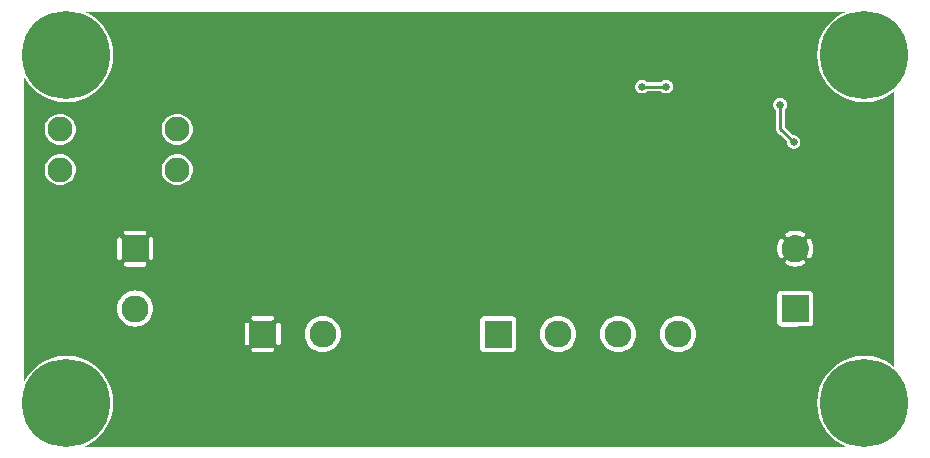
<source format=gbr>
G04 start of page 3 for group 1 idx 1 *
G04 Title: (unknown), bottom *
G04 Creator: pcb 4.0.2 *
G04 CreationDate: Thu May 30 20:40:21 2019 UTC *
G04 For: ndholmes *
G04 Format: Gerber/RS-274X *
G04 PCB-Dimensions (mil): 3000.00 1500.00 *
G04 PCB-Coordinate-Origin: lower left *
%MOIN*%
%FSLAX25Y25*%
%LNBOTTOM*%
%ADD31C,0.0630*%
%ADD30C,0.0550*%
%ADD29C,0.1285*%
%ADD28C,0.0120*%
%ADD27C,0.0260*%
%ADD26C,0.0830*%
%ADD25C,0.0900*%
%ADD24C,0.2937*%
%ADD23C,0.0100*%
%ADD22C,0.0001*%
G54D22*G36*
X264926Y147500D02*X277022D01*
X275858Y147018D01*
X273753Y145728D01*
X271876Y144124D01*
X270272Y142247D01*
X268982Y140142D01*
X268038Y137862D01*
X267461Y135461D01*
X267268Y133000D01*
X267461Y130539D01*
X268038Y128138D01*
X268982Y125858D01*
X270272Y123753D01*
X271876Y121876D01*
X273753Y120272D01*
X275858Y118982D01*
X278138Y118038D01*
X280539Y117461D01*
X283000Y117268D01*
X285461Y117461D01*
X287862Y118038D01*
X290142Y118982D01*
X292247Y120272D01*
X293000Y120915D01*
Y29085D01*
X292247Y29728D01*
X290142Y31018D01*
X287862Y31962D01*
X285461Y32539D01*
X283000Y32732D01*
X280539Y32539D01*
X278138Y31962D01*
X275858Y31018D01*
X273753Y29728D01*
X271876Y28124D01*
X270272Y26247D01*
X268982Y24142D01*
X268038Y21862D01*
X267461Y19461D01*
X267268Y17000D01*
X267461Y14539D01*
X268038Y12138D01*
X268982Y9858D01*
X270272Y7753D01*
X271876Y5876D01*
X273753Y4272D01*
X275858Y2982D01*
X277022Y2500D01*
X264926D01*
Y42560D01*
X264965Y42569D01*
X265183Y42659D01*
X265384Y42783D01*
X265564Y42936D01*
X265717Y43116D01*
X265841Y43317D01*
X265931Y43535D01*
X265986Y43765D01*
X266000Y44000D01*
X265986Y53235D01*
X265931Y53465D01*
X265841Y53683D01*
X265717Y53884D01*
X265564Y54064D01*
X265384Y54217D01*
X265183Y54341D01*
X264965Y54431D01*
X264926Y54440D01*
Y65303D01*
X264930Y65305D01*
X265033Y65364D01*
X265125Y65438D01*
X265204Y65525D01*
X265266Y65625D01*
X265511Y66112D01*
X265705Y66622D01*
X265852Y67148D01*
X265951Y67684D01*
X266000Y68227D01*
Y68773D01*
X265951Y69316D01*
X265852Y69852D01*
X265705Y70378D01*
X265511Y70888D01*
X265272Y71378D01*
X265208Y71478D01*
X265128Y71566D01*
X265035Y71640D01*
X264932Y71699D01*
X264926Y71702D01*
Y147500D01*
G37*
G36*
Y2500D02*X257196D01*
Y42503D01*
X264735Y42514D01*
X264926Y42560D01*
Y2500D01*
G37*
G36*
X257196Y147500D02*X264926D01*
Y71702D01*
X264821Y71742D01*
X264705Y71766D01*
X264587Y71772D01*
X264468Y71760D01*
X264354Y71729D01*
X264245Y71680D01*
X264146Y71615D01*
X264058Y71535D01*
X263983Y71443D01*
X263924Y71340D01*
X263882Y71229D01*
X263857Y71113D01*
X263851Y70994D01*
X263864Y70876D01*
X263895Y70761D01*
X263946Y70654D01*
X264129Y70289D01*
X264274Y69907D01*
X264384Y69513D01*
X264458Y69111D01*
X264495Y68704D01*
Y68296D01*
X264458Y67889D01*
X264384Y67487D01*
X264274Y67093D01*
X264129Y66711D01*
X263950Y66344D01*
X263900Y66237D01*
X263869Y66123D01*
X263856Y66006D01*
X263862Y65888D01*
X263886Y65772D01*
X263928Y65662D01*
X263987Y65560D01*
X264061Y65468D01*
X264149Y65389D01*
X264248Y65324D01*
X264355Y65276D01*
X264469Y65245D01*
X264587Y65232D01*
X264705Y65238D01*
X264820Y65263D01*
X264926Y65303D01*
Y54440D01*
X264735Y54486D01*
X264500Y54500D01*
X257196Y54489D01*
Y63198D01*
X257612Y62989D01*
X258122Y62795D01*
X258648Y62648D01*
X259184Y62549D01*
X259727Y62500D01*
X260273D01*
X260816Y62549D01*
X261352Y62648D01*
X261878Y62795D01*
X262388Y62989D01*
X262878Y63228D01*
X262978Y63292D01*
X263066Y63372D01*
X263140Y63465D01*
X263199Y63568D01*
X263242Y63679D01*
X263266Y63795D01*
X263272Y63913D01*
X263260Y64032D01*
X263229Y64146D01*
X263180Y64255D01*
X263115Y64354D01*
X263035Y64442D01*
X262943Y64517D01*
X262840Y64576D01*
X262729Y64618D01*
X262613Y64643D01*
X262494Y64649D01*
X262376Y64636D01*
X262261Y64605D01*
X262154Y64554D01*
X261789Y64371D01*
X261407Y64226D01*
X261013Y64116D01*
X260611Y64042D01*
X260204Y64005D01*
X259796D01*
X259389Y64042D01*
X258987Y64116D01*
X258593Y64226D01*
X258211Y64371D01*
X257844Y64550D01*
X257737Y64600D01*
X257623Y64631D01*
X257506Y64644D01*
X257388Y64638D01*
X257272Y64614D01*
X257196Y64585D01*
Y72410D01*
X257271Y72382D01*
X257387Y72357D01*
X257506Y72351D01*
X257624Y72364D01*
X257739Y72395D01*
X257846Y72446D01*
X258211Y72629D01*
X258593Y72774D01*
X258987Y72884D01*
X259389Y72958D01*
X259796Y72995D01*
X260204D01*
X260611Y72958D01*
X261013Y72884D01*
X261407Y72774D01*
X261789Y72629D01*
X262156Y72450D01*
X262263Y72400D01*
X262377Y72369D01*
X262494Y72356D01*
X262612Y72362D01*
X262728Y72386D01*
X262838Y72428D01*
X262940Y72487D01*
X263032Y72561D01*
X263111Y72649D01*
X263176Y72748D01*
X263224Y72855D01*
X263255Y72969D01*
X263268Y73087D01*
X263262Y73205D01*
X263237Y73320D01*
X263195Y73430D01*
X263136Y73533D01*
X263062Y73625D01*
X262975Y73704D01*
X262875Y73766D01*
X262388Y74011D01*
X261878Y74205D01*
X261352Y74352D01*
X260816Y74451D01*
X260273Y74500D01*
X259727D01*
X259184Y74451D01*
X258648Y74352D01*
X258122Y74205D01*
X257612Y74011D01*
X257196Y73808D01*
Y104182D01*
X257299Y104079D01*
X257293Y104000D01*
X257320Y103655D01*
X257401Y103318D01*
X257534Y102998D01*
X257715Y102703D01*
X257940Y102440D01*
X258203Y102215D01*
X258498Y102034D01*
X258818Y101901D01*
X259155Y101820D01*
X259500Y101793D01*
X259845Y101820D01*
X260182Y101901D01*
X260502Y102034D01*
X260797Y102215D01*
X261060Y102440D01*
X261285Y102703D01*
X261466Y102998D01*
X261599Y103318D01*
X261680Y103655D01*
X261700Y104000D01*
X261680Y104345D01*
X261599Y104682D01*
X261466Y105002D01*
X261285Y105297D01*
X261060Y105560D01*
X260797Y105785D01*
X260502Y105966D01*
X260182Y106099D01*
X259845Y106180D01*
X259500Y106207D01*
X259421Y106201D01*
X257196Y108425D01*
Y115797D01*
X257279Y116139D01*
X257300Y116500D01*
X257279Y116861D01*
X257196Y117203D01*
Y147500D01*
G37*
G36*
Y108425D02*X256500Y109121D01*
Y114756D01*
X256631Y114869D01*
X256866Y115144D01*
X257056Y115453D01*
X257194Y115787D01*
X257196Y115797D01*
Y108425D01*
G37*
G36*
X255074Y42560D02*X255265Y42514D01*
X255500Y42500D01*
X257196Y42503D01*
Y2500D01*
X255074D01*
Y42560D01*
G37*
G36*
Y106304D02*X257196Y104182D01*
Y73808D01*
X257122Y73772D01*
X257022Y73708D01*
X256934Y73628D01*
X256860Y73535D01*
X256801Y73432D01*
X256758Y73321D01*
X256734Y73205D01*
X256728Y73087D01*
X256740Y72968D01*
X256771Y72854D01*
X256820Y72745D01*
X256885Y72646D01*
X256965Y72558D01*
X257057Y72483D01*
X257160Y72424D01*
X257196Y72410D01*
Y64585D01*
X257162Y64572D01*
X257060Y64513D01*
X256968Y64439D01*
X256889Y64351D01*
X256824Y64252D01*
X256776Y64145D01*
X256745Y64031D01*
X256732Y63913D01*
X256738Y63795D01*
X256763Y63680D01*
X256805Y63570D01*
X256864Y63467D01*
X256938Y63375D01*
X257025Y63296D01*
X257125Y63234D01*
X257196Y63198D01*
Y54489D01*
X255265Y54486D01*
X255074Y54440D01*
Y65298D01*
X255179Y65258D01*
X255295Y65234D01*
X255413Y65228D01*
X255532Y65240D01*
X255646Y65271D01*
X255755Y65320D01*
X255854Y65385D01*
X255942Y65465D01*
X256017Y65557D01*
X256076Y65660D01*
X256118Y65771D01*
X256143Y65887D01*
X256149Y66006D01*
X256136Y66124D01*
X256105Y66239D01*
X256054Y66346D01*
X255871Y66711D01*
X255726Y67093D01*
X255616Y67487D01*
X255542Y67889D01*
X255505Y68296D01*
Y68704D01*
X255542Y69111D01*
X255616Y69513D01*
X255726Y69907D01*
X255871Y70289D01*
X256050Y70656D01*
X256100Y70763D01*
X256131Y70877D01*
X256144Y70994D01*
X256138Y71112D01*
X256114Y71228D01*
X256072Y71338D01*
X256013Y71440D01*
X255939Y71532D01*
X255851Y71611D01*
X255752Y71676D01*
X255645Y71724D01*
X255531Y71755D01*
X255413Y71768D01*
X255295Y71762D01*
X255180Y71737D01*
X255074Y71697D01*
Y106304D01*
G37*
G36*
Y147500D02*X257196D01*
Y117203D01*
X257194Y117213D01*
X257056Y117547D01*
X256866Y117856D01*
X256631Y118131D01*
X256356Y118366D01*
X256047Y118556D01*
X255713Y118694D01*
X255361Y118779D01*
X255074Y118801D01*
Y147500D01*
G37*
G36*
X220991D02*X255074D01*
Y118801D01*
X255000Y118807D01*
X254639Y118779D01*
X254287Y118694D01*
X253953Y118556D01*
X253644Y118366D01*
X253369Y118131D01*
X253134Y117856D01*
X252944Y117547D01*
X252806Y117213D01*
X252721Y116861D01*
X252693Y116500D01*
X252721Y116139D01*
X252806Y115787D01*
X252944Y115453D01*
X253134Y115144D01*
X253369Y114869D01*
X253500Y114756D01*
Y108559D01*
X253495Y108500D01*
X253514Y108265D01*
X253569Y108035D01*
X253659Y107817D01*
X253783Y107616D01*
X253936Y107436D01*
X253981Y107398D01*
X255074Y106304D01*
Y71697D01*
X255070Y71695D01*
X254967Y71636D01*
X254875Y71562D01*
X254796Y71475D01*
X254734Y71375D01*
X254489Y70888D01*
X254295Y70378D01*
X254148Y69852D01*
X254049Y69316D01*
X254000Y68773D01*
Y68227D01*
X254049Y67684D01*
X254148Y67148D01*
X254295Y66622D01*
X254489Y66112D01*
X254728Y65622D01*
X254792Y65522D01*
X254872Y65434D01*
X254965Y65360D01*
X255068Y65301D01*
X255074Y65298D01*
Y54440D01*
X255035Y54431D01*
X254817Y54341D01*
X254616Y54217D01*
X254436Y54064D01*
X254283Y53884D01*
X254159Y53683D01*
X254069Y53465D01*
X254014Y53235D01*
X254000Y53000D01*
X254014Y43765D01*
X254069Y43535D01*
X254159Y43317D01*
X254283Y43116D01*
X254436Y42936D01*
X254616Y42783D01*
X254817Y42659D01*
X255035Y42569D01*
X255074Y42560D01*
Y2500D01*
X220991D01*
Y33982D01*
X221000Y33981D01*
X221942Y34056D01*
X222860Y34276D01*
X223732Y34637D01*
X224538Y35131D01*
X225256Y35744D01*
X225869Y36462D01*
X226363Y37268D01*
X226724Y38140D01*
X226944Y39058D01*
X227000Y40000D01*
X226944Y40942D01*
X226724Y41860D01*
X226363Y42732D01*
X225869Y43538D01*
X225256Y44256D01*
X224538Y44869D01*
X223732Y45363D01*
X222860Y45724D01*
X221942Y45944D01*
X221000Y46019D01*
X220991Y46018D01*
Y147500D01*
G37*
G36*
X212996D02*X220991D01*
Y46018D01*
X220058Y45944D01*
X219140Y45724D01*
X218268Y45363D01*
X217462Y44869D01*
X216744Y44256D01*
X216131Y43538D01*
X215637Y42732D01*
X215276Y41860D01*
X215056Y40942D01*
X214981Y40000D01*
X215056Y39058D01*
X215276Y38140D01*
X215637Y37268D01*
X216131Y36462D01*
X216744Y35744D01*
X217462Y35131D01*
X218268Y34637D01*
X219140Y34276D01*
X220058Y34056D01*
X220991Y33982D01*
Y2500D01*
X212996D01*
Y121000D01*
X215256D01*
X215369Y120869D01*
X215644Y120634D01*
X215953Y120444D01*
X216287Y120306D01*
X216639Y120221D01*
X217000Y120193D01*
X217361Y120221D01*
X217713Y120306D01*
X218047Y120444D01*
X218356Y120634D01*
X218631Y120869D01*
X218866Y121144D01*
X219056Y121453D01*
X219194Y121787D01*
X219279Y122139D01*
X219300Y122500D01*
X219279Y122861D01*
X219194Y123213D01*
X219056Y123547D01*
X218866Y123856D01*
X218631Y124131D01*
X218356Y124366D01*
X218047Y124556D01*
X217713Y124694D01*
X217361Y124779D01*
X217000Y124807D01*
X216639Y124779D01*
X216287Y124694D01*
X215953Y124556D01*
X215644Y124366D01*
X215369Y124131D01*
X215256Y124000D01*
X212996D01*
Y147500D01*
G37*
G36*
X200991D02*X212996D01*
Y124000D01*
X210744D01*
X210631Y124131D01*
X210356Y124366D01*
X210047Y124556D01*
X209713Y124694D01*
X209361Y124779D01*
X209000Y124807D01*
X208639Y124779D01*
X208287Y124694D01*
X207953Y124556D01*
X207644Y124366D01*
X207369Y124131D01*
X207134Y123856D01*
X206944Y123547D01*
X206806Y123213D01*
X206721Y122861D01*
X206693Y122500D01*
X206721Y122139D01*
X206806Y121787D01*
X206944Y121453D01*
X207134Y121144D01*
X207369Y120869D01*
X207644Y120634D01*
X207953Y120444D01*
X208287Y120306D01*
X208639Y120221D01*
X209000Y120193D01*
X209361Y120221D01*
X209713Y120306D01*
X210047Y120444D01*
X210356Y120634D01*
X210631Y120869D01*
X210744Y121000D01*
X212996D01*
Y2500D01*
X200991D01*
Y33982D01*
X201000Y33981D01*
X201942Y34056D01*
X202860Y34276D01*
X203732Y34637D01*
X204538Y35131D01*
X205256Y35744D01*
X205869Y36462D01*
X206363Y37268D01*
X206724Y38140D01*
X206944Y39058D01*
X207000Y40000D01*
X206944Y40942D01*
X206724Y41860D01*
X206363Y42732D01*
X205869Y43538D01*
X205256Y44256D01*
X204538Y44869D01*
X203732Y45363D01*
X202860Y45724D01*
X201942Y45944D01*
X201000Y46019D01*
X200991Y46018D01*
Y147500D01*
G37*
G36*
X180991D02*X200991D01*
Y46018D01*
X200058Y45944D01*
X199140Y45724D01*
X198268Y45363D01*
X197462Y44869D01*
X196744Y44256D01*
X196131Y43538D01*
X195637Y42732D01*
X195276Y41860D01*
X195056Y40942D01*
X194981Y40000D01*
X195056Y39058D01*
X195276Y38140D01*
X195637Y37268D01*
X196131Y36462D01*
X196744Y35744D01*
X197462Y35131D01*
X198268Y34637D01*
X199140Y34276D01*
X200058Y34056D01*
X200991Y33982D01*
Y2500D01*
X180991D01*
Y33982D01*
X181000Y33981D01*
X181942Y34056D01*
X182860Y34276D01*
X183732Y34637D01*
X184538Y35131D01*
X185256Y35744D01*
X185869Y36462D01*
X186363Y37268D01*
X186724Y38140D01*
X186944Y39058D01*
X187000Y40000D01*
X186944Y40942D01*
X186724Y41860D01*
X186363Y42732D01*
X185869Y43538D01*
X185256Y44256D01*
X184538Y44869D01*
X183732Y45363D01*
X182860Y45724D01*
X181942Y45944D01*
X181000Y46019D01*
X180991Y46018D01*
Y147500D01*
G37*
G36*
X161000D02*X180991D01*
Y46018D01*
X180058Y45944D01*
X179140Y45724D01*
X178268Y45363D01*
X177462Y44869D01*
X176744Y44256D01*
X176131Y43538D01*
X175637Y42732D01*
X175276Y41860D01*
X175056Y40942D01*
X174981Y40000D01*
X175056Y39058D01*
X175276Y38140D01*
X175637Y37268D01*
X176131Y36462D01*
X176744Y35744D01*
X177462Y35131D01*
X178268Y34637D01*
X179140Y34276D01*
X180058Y34056D01*
X180991Y33982D01*
Y2500D01*
X161000D01*
Y34007D01*
X165735Y34014D01*
X165965Y34069D01*
X166183Y34159D01*
X166384Y34283D01*
X166564Y34436D01*
X166717Y34616D01*
X166841Y34817D01*
X166931Y35035D01*
X166986Y35265D01*
X167000Y35500D01*
X166986Y44735D01*
X166931Y44965D01*
X166841Y45183D01*
X166717Y45384D01*
X166564Y45564D01*
X166384Y45717D01*
X166183Y45841D01*
X165965Y45931D01*
X165735Y45986D01*
X165500Y46000D01*
X161000Y45993D01*
Y147500D01*
G37*
G36*
X128500D02*X161000D01*
Y45993D01*
X156265Y45986D01*
X156035Y45931D01*
X155817Y45841D01*
X155616Y45717D01*
X155436Y45564D01*
X155283Y45384D01*
X155159Y45183D01*
X155069Y44965D01*
X155014Y44735D01*
X155000Y44500D01*
X155014Y35265D01*
X155069Y35035D01*
X155159Y34817D01*
X155283Y34616D01*
X155436Y34436D01*
X155616Y34283D01*
X155817Y34159D01*
X156035Y34069D01*
X156265Y34014D01*
X156500Y34000D01*
X161000Y34007D01*
Y2500D01*
X128500D01*
Y147500D01*
G37*
G36*
X139000Y2500D02*X102491D01*
Y33982D01*
X102500Y33981D01*
X103442Y34056D01*
X104360Y34276D01*
X105232Y34637D01*
X106038Y35131D01*
X106756Y35744D01*
X107369Y36462D01*
X107863Y37268D01*
X108224Y38140D01*
X108444Y39058D01*
X108500Y40000D01*
X108444Y40942D01*
X108224Y41860D01*
X107863Y42732D01*
X107369Y43538D01*
X106756Y44256D01*
X106038Y44869D01*
X105232Y45363D01*
X104360Y45724D01*
X103442Y45944D01*
X102500Y46019D01*
X102491Y46018D01*
Y147500D01*
X139000D01*
Y2500D01*
G37*
G36*
X102491D02*X87750D01*
Y36248D01*
X87868Y36257D01*
X87982Y36285D01*
X88092Y36330D01*
X88192Y36391D01*
X88282Y36468D01*
X88359Y36558D01*
X88420Y36658D01*
X88465Y36768D01*
X88493Y36882D01*
X88500Y37000D01*
Y43000D01*
X88493Y43118D01*
X88465Y43232D01*
X88420Y43342D01*
X88359Y43442D01*
X88282Y43532D01*
X88192Y43609D01*
X88092Y43670D01*
X87982Y43715D01*
X87868Y43743D01*
X87750Y43752D01*
Y147500D01*
X102491D01*
Y46018D01*
X101558Y45944D01*
X100640Y45724D01*
X99768Y45363D01*
X98962Y44869D01*
X98244Y44256D01*
X97631Y43538D01*
X97137Y42732D01*
X96776Y41860D01*
X96556Y40942D01*
X96481Y40000D01*
X96556Y39058D01*
X96776Y38140D01*
X97137Y37268D01*
X97631Y36462D01*
X98244Y35744D01*
X98962Y35131D01*
X99768Y34637D01*
X100640Y34276D01*
X101558Y34056D01*
X102491Y33982D01*
Y2500D01*
G37*
G36*
X87750D02*X82500D01*
Y34000D01*
X85500D01*
X85618Y34007D01*
X85732Y34035D01*
X85842Y34080D01*
X85942Y34141D01*
X86032Y34218D01*
X86109Y34308D01*
X86170Y34408D01*
X86215Y34518D01*
X86243Y34632D01*
X86252Y34750D01*
X86243Y34868D01*
X86215Y34982D01*
X86170Y35092D01*
X86109Y35192D01*
X86032Y35282D01*
X85942Y35359D01*
X85842Y35420D01*
X85732Y35465D01*
X85618Y35493D01*
X85500Y35500D01*
X82500D01*
Y44500D01*
X85500D01*
X85618Y44507D01*
X85732Y44535D01*
X85842Y44580D01*
X85942Y44641D01*
X86032Y44718D01*
X86109Y44808D01*
X86170Y44908D01*
X86215Y45018D01*
X86243Y45132D01*
X86252Y45250D01*
X86243Y45368D01*
X86215Y45482D01*
X86170Y45592D01*
X86109Y45692D01*
X86032Y45782D01*
X85942Y45859D01*
X85842Y45920D01*
X85732Y45965D01*
X85618Y45993D01*
X85500Y46000D01*
X82500D01*
Y147500D01*
X87750D01*
Y43752D01*
X87632Y43743D01*
X87518Y43715D01*
X87408Y43670D01*
X87308Y43609D01*
X87218Y43532D01*
X87141Y43442D01*
X87080Y43342D01*
X87035Y43232D01*
X87007Y43118D01*
X87000Y43000D01*
Y37000D01*
X87007Y36882D01*
X87035Y36768D01*
X87080Y36658D01*
X87141Y36558D01*
X87218Y36468D01*
X87308Y36391D01*
X87408Y36330D01*
X87518Y36285D01*
X87632Y36257D01*
X87750Y36248D01*
Y2500D01*
G37*
G36*
X82500D02*X77250D01*
Y36248D01*
X77368Y36257D01*
X77482Y36285D01*
X77592Y36330D01*
X77692Y36391D01*
X77782Y36468D01*
X77859Y36558D01*
X77920Y36658D01*
X77965Y36768D01*
X77993Y36882D01*
X78000Y37000D01*
Y43000D01*
X77993Y43118D01*
X77965Y43232D01*
X77920Y43342D01*
X77859Y43442D01*
X77782Y43532D01*
X77692Y43609D01*
X77592Y43670D01*
X77482Y43715D01*
X77368Y43743D01*
X77250Y43752D01*
Y147500D01*
X82500D01*
Y46000D01*
X79500D01*
X79382Y45993D01*
X79268Y45965D01*
X79158Y45920D01*
X79058Y45859D01*
X78968Y45782D01*
X78891Y45692D01*
X78830Y45592D01*
X78785Y45482D01*
X78757Y45368D01*
X78748Y45250D01*
X78757Y45132D01*
X78785Y45018D01*
X78830Y44908D01*
X78891Y44808D01*
X78968Y44718D01*
X79058Y44641D01*
X79158Y44580D01*
X79268Y44535D01*
X79382Y44507D01*
X79500Y44500D01*
X82500D01*
Y35500D01*
X79500D01*
X79382Y35493D01*
X79268Y35465D01*
X79158Y35420D01*
X79058Y35359D01*
X78968Y35282D01*
X78891Y35192D01*
X78830Y35092D01*
X78785Y34982D01*
X78757Y34868D01*
X78748Y34750D01*
X78757Y34632D01*
X78785Y34518D01*
X78830Y34408D01*
X78891Y34308D01*
X78968Y34218D01*
X79058Y34141D01*
X79158Y34080D01*
X79268Y34035D01*
X79382Y34007D01*
X79500Y34000D01*
X82500D01*
Y2500D01*
G37*
G36*
X77250D02*X53992D01*
Y89635D01*
X54000Y89634D01*
X54808Y89698D01*
X55596Y89887D01*
X56345Y90197D01*
X57036Y90621D01*
X57653Y91147D01*
X58179Y91764D01*
X58603Y92455D01*
X58913Y93204D01*
X59102Y93992D01*
X59150Y94800D01*
X59102Y95608D01*
X58913Y96396D01*
X58603Y97145D01*
X58179Y97836D01*
X57653Y98453D01*
X57036Y98979D01*
X56345Y99403D01*
X55596Y99713D01*
X54808Y99902D01*
X54000Y99966D01*
X53992Y99965D01*
Y103035D01*
X54000Y103034D01*
X54808Y103098D01*
X55596Y103287D01*
X56345Y103597D01*
X57036Y104021D01*
X57653Y104547D01*
X58179Y105164D01*
X58603Y105855D01*
X58913Y106604D01*
X59102Y107392D01*
X59150Y108200D01*
X59102Y109008D01*
X58913Y109796D01*
X58603Y110545D01*
X58179Y111236D01*
X57653Y111853D01*
X57036Y112379D01*
X56345Y112803D01*
X55596Y113113D01*
X54808Y113302D01*
X54000Y113366D01*
X53992Y113365D01*
Y147500D01*
X77250D01*
Y43752D01*
X77132Y43743D01*
X77018Y43715D01*
X76908Y43670D01*
X76808Y43609D01*
X76718Y43532D01*
X76641Y43442D01*
X76580Y43342D01*
X76535Y43232D01*
X76507Y43118D01*
X76500Y43000D01*
Y37000D01*
X76507Y36882D01*
X76535Y36768D01*
X76580Y36658D01*
X76641Y36558D01*
X76718Y36468D01*
X76808Y36391D01*
X76908Y36330D01*
X77018Y36285D01*
X77132Y36257D01*
X77250Y36248D01*
Y2500D01*
G37*
G36*
X53992D02*X45250D01*
Y45584D01*
X45363Y45768D01*
X45724Y46640D01*
X45944Y47558D01*
X46000Y48500D01*
X45944Y49442D01*
X45724Y50360D01*
X45363Y51232D01*
X45250Y51416D01*
Y64748D01*
X45368Y64757D01*
X45482Y64785D01*
X45592Y64830D01*
X45692Y64891D01*
X45782Y64968D01*
X45859Y65058D01*
X45920Y65158D01*
X45965Y65268D01*
X45993Y65382D01*
X46000Y65500D01*
Y71500D01*
X45993Y71618D01*
X45965Y71732D01*
X45920Y71842D01*
X45859Y71942D01*
X45782Y72032D01*
X45692Y72109D01*
X45592Y72170D01*
X45482Y72215D01*
X45368Y72243D01*
X45250Y72252D01*
Y147500D01*
X53992D01*
Y113365D01*
X53192Y113302D01*
X52404Y113113D01*
X51655Y112803D01*
X50964Y112379D01*
X50347Y111853D01*
X49821Y111236D01*
X49397Y110545D01*
X49087Y109796D01*
X48898Y109008D01*
X48834Y108200D01*
X48898Y107392D01*
X49087Y106604D01*
X49397Y105855D01*
X49821Y105164D01*
X50347Y104547D01*
X50964Y104021D01*
X51655Y103597D01*
X52404Y103287D01*
X53192Y103098D01*
X53992Y103035D01*
Y99965D01*
X53192Y99902D01*
X52404Y99713D01*
X51655Y99403D01*
X50964Y98979D01*
X50347Y98453D01*
X49821Y97836D01*
X49397Y97145D01*
X49087Y96396D01*
X48898Y95608D01*
X48834Y94800D01*
X48898Y93992D01*
X49087Y93204D01*
X49397Y92455D01*
X49821Y91764D01*
X50347Y91147D01*
X50964Y90621D01*
X51655Y90197D01*
X52404Y89887D01*
X53192Y89698D01*
X53992Y89635D01*
Y2500D01*
G37*
G36*
X45250Y51416D02*X44869Y52038D01*
X44256Y52756D01*
X43538Y53369D01*
X42732Y53863D01*
X41860Y54224D01*
X40942Y54444D01*
X40000Y54519D01*
Y62500D01*
X43000D01*
X43118Y62507D01*
X43232Y62535D01*
X43342Y62580D01*
X43442Y62641D01*
X43532Y62718D01*
X43609Y62808D01*
X43670Y62908D01*
X43715Y63018D01*
X43743Y63132D01*
X43752Y63250D01*
X43743Y63368D01*
X43715Y63482D01*
X43670Y63592D01*
X43609Y63692D01*
X43532Y63782D01*
X43442Y63859D01*
X43342Y63920D01*
X43232Y63965D01*
X43118Y63993D01*
X43000Y64000D01*
X40000D01*
Y73000D01*
X43000D01*
X43118Y73007D01*
X43232Y73035D01*
X43342Y73080D01*
X43442Y73141D01*
X43532Y73218D01*
X43609Y73308D01*
X43670Y73408D01*
X43715Y73518D01*
X43743Y73632D01*
X43752Y73750D01*
X43743Y73868D01*
X43715Y73982D01*
X43670Y74092D01*
X43609Y74192D01*
X43532Y74282D01*
X43442Y74359D01*
X43342Y74420D01*
X43232Y74465D01*
X43118Y74493D01*
X43000Y74500D01*
X40000D01*
Y147500D01*
X45250D01*
Y72252D01*
X45132Y72243D01*
X45018Y72215D01*
X44908Y72170D01*
X44808Y72109D01*
X44718Y72032D01*
X44641Y71942D01*
X44580Y71842D01*
X44535Y71732D01*
X44507Y71618D01*
X44500Y71500D01*
Y65500D01*
X44507Y65382D01*
X44535Y65268D01*
X44580Y65158D01*
X44641Y65058D01*
X44718Y64968D01*
X44808Y64891D01*
X44908Y64830D01*
X45018Y64785D01*
X45132Y64757D01*
X45250Y64748D01*
Y51416D01*
G37*
G36*
Y2500D02*X40000D01*
Y42481D01*
X40942Y42556D01*
X41860Y42776D01*
X42732Y43137D01*
X43538Y43631D01*
X44256Y44244D01*
X44869Y44962D01*
X45250Y45584D01*
Y2500D01*
G37*
G36*
X34750Y147500D02*X40000D01*
Y74500D01*
X37000D01*
X36882Y74493D01*
X36768Y74465D01*
X36658Y74420D01*
X36558Y74359D01*
X36468Y74282D01*
X36391Y74192D01*
X36330Y74092D01*
X36285Y73982D01*
X36257Y73868D01*
X36248Y73750D01*
X36257Y73632D01*
X36285Y73518D01*
X36330Y73408D01*
X36391Y73308D01*
X36468Y73218D01*
X36558Y73141D01*
X36658Y73080D01*
X36768Y73035D01*
X36882Y73007D01*
X37000Y73000D01*
X40000D01*
Y64000D01*
X37000D01*
X36882Y63993D01*
X36768Y63965D01*
X36658Y63920D01*
X36558Y63859D01*
X36468Y63782D01*
X36391Y63692D01*
X36330Y63592D01*
X36285Y63482D01*
X36257Y63368D01*
X36248Y63250D01*
X36257Y63132D01*
X36285Y63018D01*
X36330Y62908D01*
X36391Y62808D01*
X36468Y62718D01*
X36558Y62641D01*
X36658Y62580D01*
X36768Y62535D01*
X36882Y62507D01*
X37000Y62500D01*
X40000D01*
Y54519D01*
X39058Y54444D01*
X38140Y54224D01*
X37268Y53863D01*
X36462Y53369D01*
X35744Y52756D01*
X35131Y52038D01*
X34750Y51416D01*
Y64748D01*
X34868Y64757D01*
X34982Y64785D01*
X35092Y64830D01*
X35192Y64891D01*
X35282Y64968D01*
X35359Y65058D01*
X35420Y65158D01*
X35465Y65268D01*
X35493Y65382D01*
X35500Y65500D01*
Y71500D01*
X35493Y71618D01*
X35465Y71732D01*
X35420Y71842D01*
X35359Y71942D01*
X35282Y72032D01*
X35192Y72109D01*
X35092Y72170D01*
X34982Y72215D01*
X34868Y72243D01*
X34750Y72252D01*
Y147500D01*
G37*
G36*
X40000Y2500D02*X34750D01*
Y45584D01*
X35131Y44962D01*
X35744Y44244D01*
X36462Y43631D01*
X37268Y43137D01*
X38140Y42776D01*
X39058Y42556D01*
X40000Y42481D01*
Y2500D01*
G37*
G36*
X34750D02*X22978D01*
X24142Y2982D01*
X26247Y4272D01*
X28124Y5876D01*
X29728Y7753D01*
X31018Y9858D01*
X31962Y12138D01*
X32539Y14539D01*
X32684Y17000D01*
X32539Y19461D01*
X31962Y21862D01*
X31018Y24142D01*
X29728Y26247D01*
X28124Y28124D01*
X26247Y29728D01*
X24142Y31018D01*
X21862Y31962D01*
X19461Y32539D01*
X17000Y32732D01*
X14992Y32574D01*
Y89635D01*
X15000Y89634D01*
X15808Y89698D01*
X16596Y89887D01*
X17345Y90197D01*
X18036Y90621D01*
X18653Y91147D01*
X19179Y91764D01*
X19603Y92455D01*
X19913Y93204D01*
X20102Y93992D01*
X20150Y94800D01*
X20102Y95608D01*
X19913Y96396D01*
X19603Y97145D01*
X19179Y97836D01*
X18653Y98453D01*
X18036Y98979D01*
X17345Y99403D01*
X16596Y99713D01*
X15808Y99902D01*
X15000Y99966D01*
X14992Y99965D01*
Y103035D01*
X15000Y103034D01*
X15808Y103098D01*
X16596Y103287D01*
X17345Y103597D01*
X18036Y104021D01*
X18653Y104547D01*
X19179Y105164D01*
X19603Y105855D01*
X19913Y106604D01*
X20102Y107392D01*
X20150Y108200D01*
X20102Y109008D01*
X19913Y109796D01*
X19603Y110545D01*
X19179Y111236D01*
X18653Y111853D01*
X18036Y112379D01*
X17345Y112803D01*
X16596Y113113D01*
X15808Y113302D01*
X15000Y113366D01*
X14992Y113365D01*
Y117426D01*
X17000Y117268D01*
X19461Y117461D01*
X21862Y118038D01*
X24142Y118982D01*
X26247Y120272D01*
X28124Y121876D01*
X29728Y123753D01*
X31018Y125858D01*
X31962Y128138D01*
X32539Y130539D01*
X32684Y133000D01*
X32539Y135461D01*
X31962Y137862D01*
X31018Y140142D01*
X29728Y142247D01*
X28124Y144124D01*
X26247Y145728D01*
X24142Y147018D01*
X22978Y147500D01*
X34750D01*
Y72252D01*
X34632Y72243D01*
X34518Y72215D01*
X34408Y72170D01*
X34308Y72109D01*
X34218Y72032D01*
X34141Y71942D01*
X34080Y71842D01*
X34035Y71732D01*
X34007Y71618D01*
X34000Y71500D01*
Y65500D01*
X34007Y65382D01*
X34035Y65268D01*
X34080Y65158D01*
X34141Y65058D01*
X34218Y64968D01*
X34308Y64891D01*
X34408Y64830D01*
X34518Y64785D01*
X34632Y64757D01*
X34750Y64748D01*
Y51416D01*
X34637Y51232D01*
X34276Y50360D01*
X34056Y49442D01*
X33981Y48500D01*
X34056Y47558D01*
X34276Y46640D01*
X34637Y45768D01*
X34750Y45584D01*
Y2500D01*
G37*
G36*
X14992Y32574D02*X14539Y32539D01*
X12138Y31962D01*
X9858Y31018D01*
X7753Y29728D01*
X5876Y28124D01*
X4272Y26247D01*
X3000Y24171D01*
Y125829D01*
X4272Y123753D01*
X5876Y121876D01*
X7753Y120272D01*
X9858Y118982D01*
X12138Y118038D01*
X14539Y117461D01*
X14992Y117426D01*
Y113365D01*
X14192Y113302D01*
X13404Y113113D01*
X12655Y112803D01*
X11964Y112379D01*
X11347Y111853D01*
X10821Y111236D01*
X10397Y110545D01*
X10087Y109796D01*
X9898Y109008D01*
X9834Y108200D01*
X9898Y107392D01*
X10087Y106604D01*
X10397Y105855D01*
X10821Y105164D01*
X11347Y104547D01*
X11964Y104021D01*
X12655Y103597D01*
X13404Y103287D01*
X14192Y103098D01*
X14992Y103035D01*
Y99965D01*
X14192Y99902D01*
X13404Y99713D01*
X12655Y99403D01*
X11964Y98979D01*
X11347Y98453D01*
X10821Y97836D01*
X10397Y97145D01*
X10087Y96396D01*
X9898Y95608D01*
X9834Y94800D01*
X9898Y93992D01*
X10087Y93204D01*
X10397Y92455D01*
X10821Y91764D01*
X11347Y91147D01*
X11964Y90621D01*
X12655Y90197D01*
X13404Y89887D01*
X14192Y89698D01*
X14992Y89635D01*
Y32574D01*
G37*
G54D23*X209000Y122500D02*X217000D01*
X255000Y116500D02*Y108500D01*
X259500Y104000D01*
G54D24*X17000Y17000D03*
G54D22*G36*
X156500Y44500D02*Y35500D01*
X165500D01*
Y44500D01*
X156500D01*
G37*
G36*
X78000D02*Y35500D01*
X87000D01*
Y44500D01*
X78000D01*
G37*
G54D25*X102500Y40000D03*
G54D22*G36*
X35500Y73000D02*Y64000D01*
X44500D01*
Y73000D01*
X35500D01*
G37*
G54D25*X40000Y48500D03*
G54D24*X283000Y133000D03*
Y17000D03*
G54D22*G36*
X255500Y53000D02*Y44000D01*
X264500D01*
Y53000D01*
X255500D01*
G37*
G54D25*X260000Y68500D03*
X181000Y40000D03*
X201000D03*
X221000D03*
G54D24*X17000Y133000D03*
G54D26*X15000Y108200D03*
Y94800D03*
X54000Y108200D03*
Y94800D03*
G54D27*X49000Y73000D03*
Y69500D03*
X40000Y79000D03*
X44000D03*
X36000D03*
X49000Y66000D03*
X82500Y49000D03*
X86500D03*
X78500D03*
X73000Y43500D03*
Y40000D03*
Y36500D03*
X82500Y31000D03*
X86500D03*
X78500D03*
X222000Y99500D03*
X215000D03*
X218500D03*
X215000Y96000D03*
Y92500D03*
X225500Y99500D03*
X240000D03*
X259500Y104000D03*
X243500Y99500D03*
X235000Y117500D03*
Y123000D03*
X228500Y117500D03*
X255000Y116500D03*
X232000Y120000D03*
X258000Y22500D03*
X261500D03*
X260000Y77500D03*
X264000D03*
X256000D03*
X251000Y72000D03*
Y68500D03*
Y65000D03*
X240000Y83500D03*
Y80000D03*
Y76500D03*
X243500Y83500D03*
Y80000D03*
Y76500D03*
X228500Y123000D03*
X217000Y122500D03*
X209000D03*
X71500Y125000D03*
X75500D03*
X67500D03*
X71500Y136000D03*
X75500D03*
X67500D03*
X154000Y98000D03*
Y94500D03*
Y91000D03*
X143000Y98000D03*
Y94500D03*
Y91000D03*
X137500Y129500D03*
Y126000D03*
Y122500D03*
X125000Y119000D03*
X128500D03*
G54D28*G54D29*G54D30*G54D29*G54D30*G54D29*G54D31*M02*

</source>
